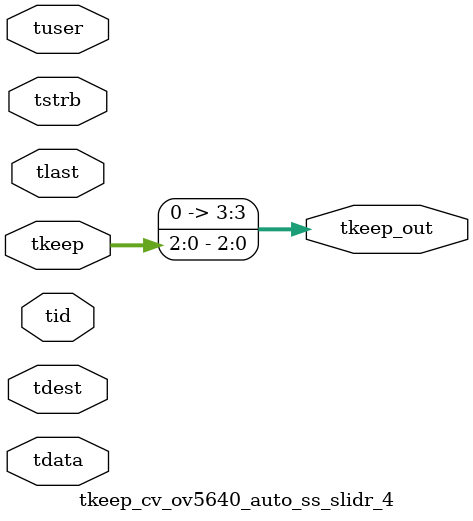
<source format=v>


`timescale 1ps/1ps

module tkeep_cv_ov5640_auto_ss_slidr_4 #
(
parameter C_S_AXIS_TDATA_WIDTH = 32,
parameter C_S_AXIS_TUSER_WIDTH = 0,
parameter C_S_AXIS_TID_WIDTH   = 0,
parameter C_S_AXIS_TDEST_WIDTH = 0,
parameter C_M_AXIS_TDATA_WIDTH = 32
)
(
input  [(C_S_AXIS_TDATA_WIDTH == 0 ? 1 : C_S_AXIS_TDATA_WIDTH)-1:0     ] tdata,
input  [(C_S_AXIS_TUSER_WIDTH == 0 ? 1 : C_S_AXIS_TUSER_WIDTH)-1:0     ] tuser,
input  [(C_S_AXIS_TID_WIDTH   == 0 ? 1 : C_S_AXIS_TID_WIDTH)-1:0       ] tid,
input  [(C_S_AXIS_TDEST_WIDTH == 0 ? 1 : C_S_AXIS_TDEST_WIDTH)-1:0     ] tdest,
input  [(C_S_AXIS_TDATA_WIDTH/8)-1:0 ] tkeep,
input  [(C_S_AXIS_TDATA_WIDTH/8)-1:0 ] tstrb,
input                                                                    tlast,
output [(C_M_AXIS_TDATA_WIDTH/8)-1:0 ] tkeep_out
);

assign tkeep_out = {tkeep[2:0]};

endmodule


</source>
